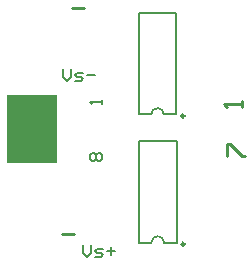
<source format=gto>
%FSLAX25Y25*%
%MOIN*%
G70*
G01*
G75*
%ADD10C,0.01000*%
%ADD11R,0.02800X0.01500*%
%ADD12R,0.03150X0.03150*%
%ADD13R,0.03150X0.03150*%
%ADD14R,0.02300X0.03000*%
%ADD15R,0.05906X0.02362*%
%ADD16R,0.10000X0.03000*%
%ADD17C,0.02000*%
%ADD18C,0.01500*%
%ADD19C,0.03150*%
%ADD20C,0.03150*%
%ADD21C,0.02000*%
%ADD22C,0.01600*%
%ADD23C,0.05000*%
%ADD24C,0.00800*%
%ADD25C,0.01200*%
%ADD26C,0.00787*%
%ADD27C,0.00984*%
%ADD28R,0.17000X0.22638*%
D10*
X120500Y417000D02*
X124500D01*
X124000Y492500D02*
X128000D01*
X175502Y443000D02*
Y446999D01*
X176502D01*
X180500Y443000D01*
X181500D01*
X180500Y459500D02*
Y461499D01*
Y460500D01*
X174502D01*
X175502Y459500D01*
D24*
X121000Y471999D02*
Y469333D01*
X122333Y468000D01*
X123666Y469333D01*
Y471999D01*
X124999Y468000D02*
X126998D01*
X127664Y468666D01*
X126998Y469333D01*
X125665D01*
X124999Y469999D01*
X125665Y470666D01*
X127664D01*
X128997Y469999D02*
X131663D01*
X127500Y413499D02*
Y410833D01*
X128833Y409500D01*
X130166Y410833D01*
Y413499D01*
X131499Y409500D02*
X133498D01*
X134165Y410166D01*
X133498Y410833D01*
X132165D01*
X131499Y411499D01*
X132165Y412166D01*
X134165D01*
X135497Y411499D02*
X138163D01*
X136830Y412832D02*
Y410166D01*
X130668Y441500D02*
X130001Y442166D01*
Y443499D01*
X130668Y444166D01*
X131334D01*
X132001Y443499D01*
X132667Y444166D01*
X133334D01*
X134000Y443499D01*
Y442166D01*
X133334Y441500D01*
X132667D01*
X132001Y442166D01*
X131334Y441500D01*
X130668D01*
X132001Y442166D02*
Y443499D01*
X134000Y460500D02*
Y461833D01*
Y461166D01*
X130001D01*
X130668Y460500D01*
D26*
X154473Y456857D02*
G03*
X150274Y456857I-2100J0D01*
G01*
X154533Y414157D02*
G03*
X150333Y414157I-2100J0D01*
G01*
X146074Y456857D02*
Y490716D01*
X158672Y456857D02*
Y490716D01*
X146074D02*
X158672D01*
X146074Y456857D02*
X150274D01*
X154473D02*
X158672D01*
X146134Y414157D02*
Y448016D01*
X158732Y414157D02*
Y448016D01*
X146134D02*
X158732D01*
X146134Y414157D02*
X150333D01*
X154533D02*
X158732D01*
D27*
X161330Y456346D02*
G03*
X161330Y456346I-492J0D01*
G01*
X161390Y413646D02*
G03*
X161390Y413646I-492J0D01*
G01*
D28*
X110354Y452019D02*
D03*
M02*

</source>
